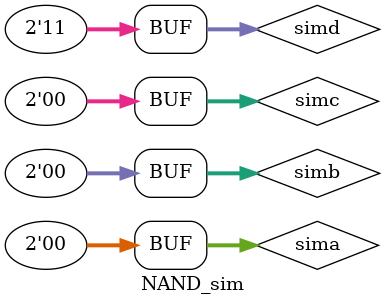
<source format=v>
`timescale 1ns / 1ps
module NAND_sim( );
      reg [1:0]sima = 2'h00;
      reg [1:0]simb =  2'h00;
      reg [1:0]simc =  2'h00;
      reg [1:0]simd = 2'h11;
      wire [1:0]simoutput1;
      NAND_V #(3,2) NAND_V_U(
.a(sima),
.b(simb),
.c(simc),
.d(simd),
.output1(simoutput1)
);
initial
begin
     simd = 3;
     repeat(4)
         begin 
         sima = sima + 1;
         repeat (4)
             begin 
             simb = simb + 1;
             repeat(4)
                 begin
                 #5
                 simc = simc + 1;
                 $display("sima,simb,simc,simd,simoutput1 ",sima," ",simb," ",simc," ",simd," ",simoutput1);
                 end
             end
         end
end
endmodule
//////////////////////////////////////////////////////////////////////////////////
// Company:
// Engineer:
//
// Create Date: 2018/10/18 19:55:15
// Design Name:
// Module Name: NAND_sim
// Project Name:
// Target Devices:
// Tool Versions:
// Description:
//
// Dependencies:
//
// Revision:
// Revision 0.01 - File Created
// Additional Comments:
//
//////////////////////////////////////////////////////////////////////////////////

</source>
